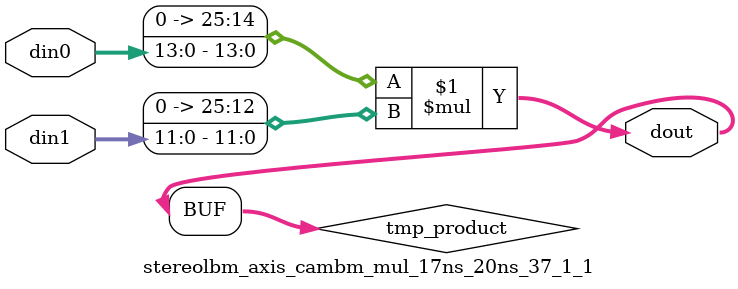
<source format=v>

`timescale 1 ns / 1 ps

  module stereolbm_axis_cambm_mul_17ns_20ns_37_1_1(din0, din1, dout);
parameter ID = 1;
parameter NUM_STAGE = 0;
parameter din0_WIDTH = 14;
parameter din1_WIDTH = 12;
parameter dout_WIDTH = 26;

input [din0_WIDTH - 1 : 0] din0; 
input [din1_WIDTH - 1 : 0] din1; 
output [dout_WIDTH - 1 : 0] dout;

wire signed [dout_WIDTH - 1 : 0] tmp_product;










assign tmp_product = $signed({1'b0, din0}) * $signed({1'b0, din1});











assign dout = tmp_product;







endmodule

</source>
